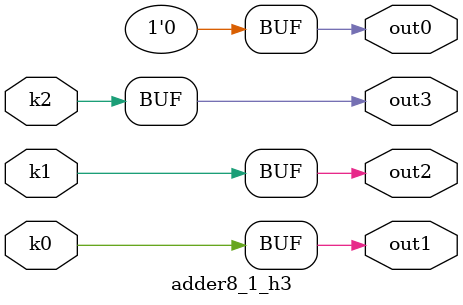
<source format=v>
module adder8_1(pi0, pi1, pi2, pi3, pi4, pi5, pi6, po0, po1, po2, po3);
input pi0, pi1, pi2, pi3, pi4, pi5, pi6;
output po0, po1, po2, po3;
wire k0, k1, k2;
adder8_1_w3 DUT1 (pi0, pi1, pi2, pi3, pi4, pi5, pi6, k0, k1, k2);
adder8_1_h3 DUT2 (k0, k1, k2, po0, po1, po2, po3);
endmodule

module adder8_1_w3(in6, in5, in4, in3, in2, in1, in0, k2, k1, k0);
input in6, in5, in4, in3, in2, in1, in0;
output k2, k1, k0;
assign k0 =   ((in4 ^ in1) & ((((in6 & (in3 | ~in0)) | (in3 & ~in0)) & (in5 | in2)) | (in5 & in2))) | (((~in3 & in0) | (~in6 & (~in3 | in0))) & (~in5 | ~in2) & (~in4 ^ in1)) | (~in5 & ~in2 & (~in4 ^ in1));
assign k1 =   ((in5 ^ in2) & ((in6 & (in3 | ~in0)) | (in3 & ~in0))) | (((~in3 & in0) | (~in6 & (~in3 | in0))) & (~in5 ^ in2));
assign k2 =   in6 ? (~in3 ^ in0) : (in3 ^ in0);
endmodule

module adder8_1_h3(k2, k1, k0, out3, out2, out1, out0);
input k2, k1, k0;
output out3, out2, out1, out0;
assign out0 = 0;
assign out1 = k0;
assign out2 = k1;
assign out3 = k2;
endmodule

</source>
